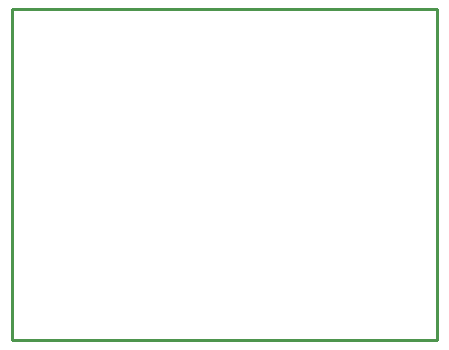
<source format=gbr>
G04 EAGLE Gerber RS-274X export*
G75*
%MOMM*%
%FSLAX34Y34*%
%LPD*%
%IN*%
%IPPOS*%
%AMOC8*
5,1,8,0,0,1.08239X$1,22.5*%
G01*
%ADD10C,0.254000*%


D10*
X0Y0D02*
X360000Y0D01*
X360000Y280000D01*
X0Y280000D01*
X0Y0D01*
M02*

</source>
